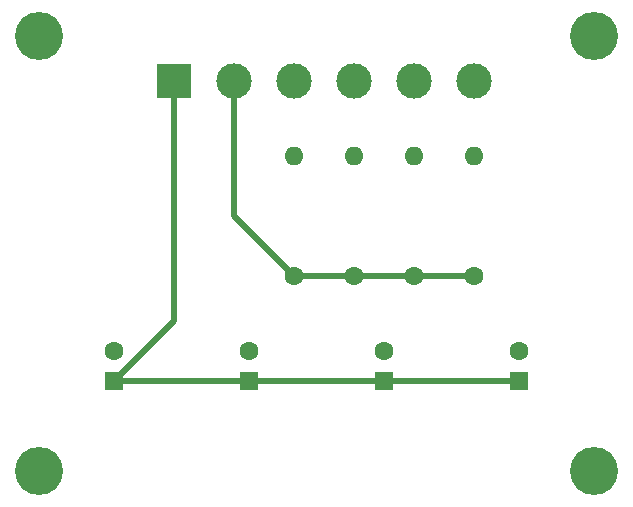
<source format=gbr>
G04 #@! TF.FileFunction,Copper,L1,Top,Signal*
%FSLAX46Y46*%
G04 Gerber Fmt 4.6, Leading zero omitted, Abs format (unit mm)*
G04 Created by KiCad (PCBNEW 4.0.7) date Sunday, September 16, 2018 'AMt' 08:41:19 AM*
%MOMM*%
%LPD*%
G01*
G04 APERTURE LIST*
%ADD10C,0.100000*%
%ADD11R,1.600000X1.600000*%
%ADD12C,1.600000*%
%ADD13C,4.064000*%
%ADD14C,3.000000*%
%ADD15R,3.000000X3.000000*%
%ADD16O,1.600000X1.600000*%
%ADD17C,0.500000*%
G04 APERTURE END LIST*
D10*
D11*
X137160000Y-88900000D03*
D12*
X137160000Y-86400000D03*
D11*
X148590000Y-88900000D03*
D12*
X148590000Y-86400000D03*
D11*
X160020000Y-88900000D03*
D12*
X160020000Y-86400000D03*
D13*
X177800000Y-96520000D03*
X130810000Y-96520000D03*
X130810000Y-59690000D03*
D11*
X171450000Y-88900000D03*
D12*
X171450000Y-86400000D03*
D14*
X147320000Y-63500000D03*
X152400000Y-63500000D03*
D15*
X142240000Y-63500000D03*
D14*
X157480000Y-63500000D03*
X162560000Y-63500000D03*
X167640000Y-63500000D03*
D12*
X152400000Y-80010000D03*
D16*
X152400000Y-69850000D03*
D12*
X157480000Y-80010000D03*
D16*
X157480000Y-69850000D03*
D12*
X162560000Y-80010000D03*
D16*
X162560000Y-69850000D03*
D12*
X167640000Y-80010000D03*
D16*
X167640000Y-69850000D03*
D13*
X177800000Y-59690000D03*
D17*
X160020000Y-88900000D02*
X171450000Y-88900000D01*
X148590000Y-88900000D02*
X160020000Y-88900000D01*
X137160000Y-88900000D02*
X148590000Y-88900000D01*
X137160000Y-88900000D02*
X142240000Y-83820000D01*
X142240000Y-83820000D02*
X142240000Y-63500000D01*
X162560000Y-80010000D02*
X167640000Y-80010000D01*
X157480000Y-80010000D02*
X162560000Y-80010000D01*
X152400000Y-80010000D02*
X157480000Y-80010000D01*
X147320000Y-63500000D02*
X147320000Y-74930000D01*
X147320000Y-74930000D02*
X152400000Y-80010000D01*
M02*

</source>
